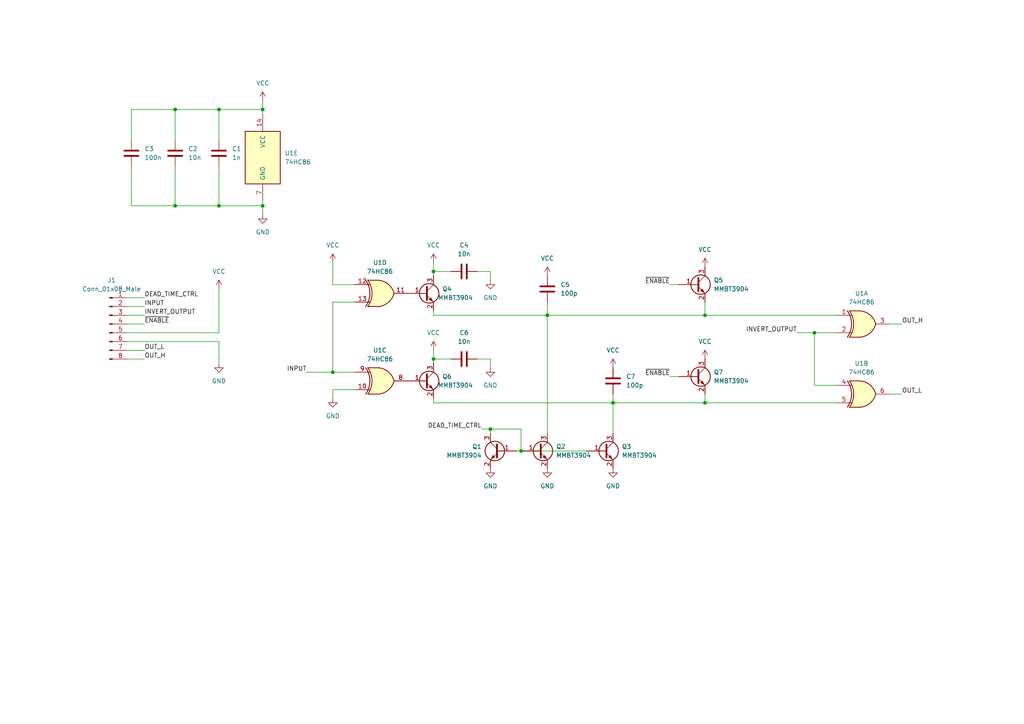
<source format=kicad_sch>
(kicad_sch (version 20211123) (generator eeschema)
  (paper "A4")
  (lib_symbols
    (symbol "74xx:74HC86" (pin_names (offset 1.016))
      (property "Reference" "U" (at 0 1.27 0))
      (property "Value" "74HC86" (at 0 -1.27 0))
      (symbol "74HC86_1_0"
        (arc (start -4.4196 -3.81) (mid -3.2033 0) (end -4.4196 3.81) (stroke (width 0.254)))
        (arc (start -3.81 -3.81) (mid -2.589 0) (end -3.81 3.81) (stroke (width 0.254)))
        (arc (start -0.6096 -3.81) (mid 2.1855 -2.584) (end 3.81 0) (stroke (width 0.254)) (fill (type background)))
        (polyline (pts (xy -3.81 -3.81) (xy -0.635 -3.81)) (stroke (width 0.254)) (fill (type background)))
        (polyline (pts (xy -3.81 3.81) (xy -0.635 3.81)) (stroke (width 0.254)) (fill (type background)))
        (polyline (pts (xy -0.635 3.81) (xy -3.81 3.81) (xy -3.81 3.81) (xy -3.556 3.4036) (xy -3.0226 2.2606) (xy -2.6924 1.0414) (xy -2.6162 -0.254) (xy -2.7686 -1.4986) (xy -3.175 -2.7178) (xy -3.81 -3.81) (xy -3.81 -3.81) (xy -0.635 -3.81)) (stroke (width -25.4)) (fill (type background)))
        (arc (start 3.81 0) (mid 2.1928 2.5925) (end -0.6096 3.81) (stroke (width 0.254)) (fill (type background)))
        (pin input line (at -7.62 2.54 0) (length 4.445) (name "~") (number "1"))
        (pin input line (at -7.62 -2.54 0) (length 4.445) (name "~") (number "2"))
        (pin output line (at 7.62 0 180) (length 3.81) (name "~") (number "3"))
      )
      (symbol "74HC86_1_1"
        (polyline (pts (xy -3.81 -2.54) (xy -3.175 -2.54)) (stroke (width 0.1524)))
        (polyline (pts (xy -3.81 2.54) (xy -3.175 2.54)) (stroke (width 0.1524)))
      )
      (symbol "74HC86_2_0"
        (arc (start -4.4196 -3.81) (mid -3.2033 0) (end -4.4196 3.81) (stroke (width 0.254)))
        (arc (start -3.81 -3.81) (mid -2.589 0) (end -3.81 3.81) (stroke (width 0.254)))
        (arc (start -0.6096 -3.81) (mid 2.1855 -2.584) (end 3.81 0) (stroke (width 0.254)) (fill (type background)))
        (polyline (pts (xy -3.81 -3.81) (xy -0.635 -3.81)) (stroke (width 0.254)) (fill (type background)))
        (polyline (pts (xy -3.81 3.81) (xy -0.635 3.81)) (stroke (width 0.254)) (fill (type background)))
        (polyline (pts (xy -0.635 3.81) (xy -3.81 3.81) (xy -3.81 3.81) (xy -3.556 3.4036) (xy -3.0226 2.2606) (xy -2.6924 1.0414) (xy -2.6162 -0.254) (xy -2.7686 -1.4986) (xy -3.175 -2.7178) (xy -3.81 -3.81) (xy -3.81 -3.81) (xy -0.635 -3.81)) (stroke (width -25.4)) (fill (type background)))
        (arc (start 3.81 0) (mid 2.1928 2.5925) (end -0.6096 3.81) (stroke (width 0.254)) (fill (type background)))
        (pin input line (at -7.62 2.54 0) (length 4.445) (name "~") (number "4"))
        (pin input line (at -7.62 -2.54 0) (length 4.445) (name "~") (number "5"))
        (pin output line (at 7.62 0 180) (length 3.81) (name "~") (number "6"))
      )
      (symbol "74HC86_2_1"
        (polyline (pts (xy -3.81 -2.54) (xy -3.175 -2.54)) (stroke (width 0.1524)))
        (polyline (pts (xy -3.81 2.54) (xy -3.175 2.54)) (stroke (width 0.1524)))
      )
      (symbol "74HC86_3_0"
        (arc (start -4.4196 -3.81) (mid -3.2033 0) (end -4.4196 3.81) (stroke (width 0.254)))
        (arc (start -3.81 -3.81) (mid -2.589 0) (end -3.81 3.81) (stroke (width 0.254)))
        (arc (start -0.6096 -3.81) (mid 2.1855 -2.584) (end 3.81 0) (stroke (width 0.254)) (fill (type background)))
        (polyline (pts (xy -3.81 -3.81) (xy -0.635 -3.81)) (stroke (width 0.254)) (fill (type background)))
        (polyline (pts (xy -3.81 3.81) (xy -0.635 3.81)) (stroke (width 0.254)) (fill (type background)))
        (polyline (pts (xy -0.635 3.81) (xy -3.81 3.81) (xy -3.81 3.81) (xy -3.556 3.4036) (xy -3.0226 2.2606) (xy -2.6924 1.0414) (xy -2.6162 -0.254) (xy -2.7686 -1.4986) (xy -3.175 -2.7178) (xy -3.81 -3.81) (xy -3.81 -3.81) (xy -0.635 -3.81)) (stroke (width -25.4)) (fill (type background)))
        (arc (start 3.81 0) (mid 2.1928 2.5925) (end -0.6096 3.81) (stroke (width 0.254)) (fill (type background)))
        (pin input line (at -7.62 -2.54 0) (length 4.445) (name "~") (number "10"))
        (pin output line (at 7.62 0 180) (length 3.81) (name "~") (number "8"))
        (pin input line (at -7.62 2.54 0) (length 4.445) (name "~") (number "9"))
      )
      (symbol "74HC86_3_1"
        (polyline (pts (xy -3.81 -2.54) (xy -3.175 -2.54)) (stroke (width 0.1524)))
        (polyline (pts (xy -3.81 2.54) (xy -3.175 2.54)) (stroke (width 0.1524)))
      )
      (symbol "74HC86_4_0"
        (arc (start -4.4196 -3.81) (mid -3.2033 0) (end -4.4196 3.81) (stroke (width 0.254)))
        (arc (start -3.81 -3.81) (mid -2.589 0) (end -3.81 3.81) (stroke (width 0.254)))
        (arc (start -0.6096 -3.81) (mid 2.1855 -2.584) (end 3.81 0) (stroke (width 0.254)) (fill (type background)))
        (polyline (pts (xy -3.81 -3.81) (xy -0.635 -3.81)) (stroke (width 0.254)) (fill (type background)))
        (polyline (pts (xy -3.81 3.81) (xy -0.635 3.81)) (stroke (width 0.254)) (fill (type background)))
        (polyline (pts (xy -0.635 3.81) (xy -3.81 3.81) (xy -3.81 3.81) (xy -3.556 3.4036) (xy -3.0226 2.2606) (xy -2.6924 1.0414) (xy -2.6162 -0.254) (xy -2.7686 -1.4986) (xy -3.175 -2.7178) (xy -3.81 -3.81) (xy -3.81 -3.81) (xy -0.635 -3.81)) (stroke (width -25.4)) (fill (type background)))
        (arc (start 3.81 0) (mid 2.1928 2.5925) (end -0.6096 3.81) (stroke (width 0.254)) (fill (type background)))
        (pin output line (at 7.62 0 180) (length 3.81) (name "~") (number "11"))
        (pin input line (at -7.62 2.54 0) (length 4.445) (name "~") (number "12"))
        (pin input line (at -7.62 -2.54 0) (length 4.445) (name "~") (number "13"))
      )
      (symbol "74HC86_4_1"
        (polyline (pts (xy -3.81 -2.54) (xy -3.175 -2.54)) (stroke (width 0.1524)))
        (polyline (pts (xy -3.81 2.54) (xy -3.175 2.54)) (stroke (width 0.1524)))
      )
      (symbol "74HC86_5_0"
        (pin power_in line (at 0 12.7 270) (length 5.08) (name "VCC") (number "14"))
        (pin power_in line (at 0 -12.7 90) (length 5.08) (name "GND") (number "7"))
      )
      (symbol "74HC86_5_1"
        (rectangle (start -5.08 7.62) (end 5.08 -7.62) (stroke (width 0.254)) (fill (type background)))
      )
    )
    (symbol "Connector:Conn_01x08_Male" (pin_names (offset 1.016) hide)
      (property "Reference" "J" (at 0 10.16 0))
      (property "Value" "Conn_01x08_Male" (at 0 -12.7 0))
      (symbol "Conn_01x08_Male_1_1"
        (polyline (pts (xy 1.27 -10.16) (xy 0.8636 -10.16)) (stroke (width 0.1524)))
        (polyline (pts (xy 1.27 -7.62) (xy 0.8636 -7.62)) (stroke (width 0.1524)))
        (polyline (pts (xy 1.27 -5.08) (xy 0.8636 -5.08)) (stroke (width 0.1524)))
        (polyline (pts (xy 1.27 -2.54) (xy 0.8636 -2.54)) (stroke (width 0.1524)))
        (polyline (pts (xy 1.27 0) (xy 0.8636 0)) (stroke (width 0.1524)))
        (polyline (pts (xy 1.27 2.54) (xy 0.8636 2.54)) (stroke (width 0.1524)))
        (polyline (pts (xy 1.27 5.08) (xy 0.8636 5.08)) (stroke (width 0.1524)))
        (polyline (pts (xy 1.27 7.62) (xy 0.8636 7.62)) (stroke (width 0.1524)))
        (rectangle (start 0.8636 -10.033) (end 0 -10.287) (stroke (width 0.1524)) (fill (type outline)))
        (rectangle (start 0.8636 -7.493) (end 0 -7.747) (stroke (width 0.1524)) (fill (type outline)))
        (rectangle (start 0.8636 -4.953) (end 0 -5.207) (stroke (width 0.1524)) (fill (type outline)))
        (rectangle (start 0.8636 -2.413) (end 0 -2.667) (stroke (width 0.1524)) (fill (type outline)))
        (rectangle (start 0.8636 0.127) (end 0 -0.127) (stroke (width 0.1524)) (fill (type outline)))
        (rectangle (start 0.8636 2.667) (end 0 2.413) (stroke (width 0.1524)) (fill (type outline)))
        (rectangle (start 0.8636 5.207) (end 0 4.953) (stroke (width 0.1524)) (fill (type outline)))
        (rectangle (start 0.8636 7.747) (end 0 7.493) (stroke (width 0.1524)) (fill (type outline)))
        (pin passive line (at 5.08 7.62 180) (length 3.81) (name "Pin_1") (number "1"))
        (pin passive line (at 5.08 5.08 180) (length 3.81) (name "Pin_2") (number "2"))
        (pin passive line (at 5.08 2.54 180) (length 3.81) (name "Pin_3") (number "3"))
        (pin passive line (at 5.08 0 180) (length 3.81) (name "Pin_4") (number "4"))
        (pin passive line (at 5.08 -2.54 180) (length 3.81) (name "Pin_5") (number "5"))
        (pin passive line (at 5.08 -5.08 180) (length 3.81) (name "Pin_6") (number "6"))
        (pin passive line (at 5.08 -7.62 180) (length 3.81) (name "Pin_7") (number "7"))
        (pin passive line (at 5.08 -10.16 180) (length 3.81) (name "Pin_8") (number "8"))
      )
    )
    (symbol "Device:C" (pin_numbers hide) (pin_names (offset 0.254))
      (property "Reference" "C" (at 0.635 2.54 0))
      (property "Value" "C" (at 0.635 -2.54 0))
      (symbol "C_0_1"
        (polyline (pts (xy -2.032 -0.762) (xy 2.032 -0.762)) (stroke (width 0.508)))
        (polyline (pts (xy -2.032 0.762) (xy 2.032 0.762)) (stroke (width 0.508)))
      )
      (symbol "C_1_1"
        (pin passive line (at 0 3.81 270) (length 2.794) (name "~") (number "1"))
        (pin passive line (at 0 -3.81 90) (length 2.794) (name "~") (number "2"))
      )
    )
    (symbol "Transistor_BJT:MMBT3904" (pin_names (offset 0) hide)
      (property "Reference" "Q" (at 5.08 1.905 0))
      (property "Value" "MMBT3904" (at 5.08 0 0))
      (symbol "MMBT3904_0_1"
        (polyline (pts (xy 0.635 0.635) (xy 2.54 2.54)))
        (polyline (pts (xy 0.635 -0.635) (xy 2.54 -2.54) (xy 2.54 -2.54)))
        (polyline (pts (xy 0.635 1.905) (xy 0.635 -1.905) (xy 0.635 -1.905)) (stroke (width 0.508)))
        (polyline (pts (xy 1.27 -1.778) (xy 1.778 -1.27) (xy 2.286 -2.286) (xy 1.27 -1.778) (xy 1.27 -1.778)) (fill (type outline)))
        (circle (center 1.27 0) (radius 2.8194) (stroke (width 0.254)))
      )
      (symbol "MMBT3904_1_1"
        (pin input line (at -5.08 0 0) (length 5.715) (name "B") (number "1"))
        (pin passive line (at 2.54 -5.08 90) (length 2.54) (name "E") (number "2"))
        (pin passive line (at 2.54 5.08 270) (length 2.54) (name "C") (number "3"))
      )
    )
    (symbol "power:GND" (power) (pin_names (offset 0))
      (property "Value" "GND" (at 0 -3.81 0))
      (symbol "GND_0_1"
        (polyline (pts (xy 0 0) (xy 0 -1.27) (xy 1.27 -1.27) (xy 0 -2.54) (xy -1.27 -1.27) (xy 0 -1.27)))
      )
      (symbol "GND_1_1"
        (pin power_in line (at 0 0 270) (length 0) hide (name "GND") (number "1"))
      )
    )
    (symbol "power:VCC" (power) (pin_names (offset 0))
      (property "Value" "VCC" (at 0 3.81 0))
      (symbol "VCC_0_1"
        (polyline (pts (xy -0.762 1.27) (xy 0 2.54)))
        (polyline (pts (xy 0 0) (xy 0 2.54)))
        (polyline (pts (xy 0 2.54) (xy 0.762 1.27)))
      )
      (symbol "VCC_1_1"
        (pin power_in line (at 0 0 90) (length 0) hide (name "VCC") (number "1"))
      )
    )
  )
  (junction (at 63.5 59.69))
  (junction (at 151.13 130.81))
  (junction (at 177.8 116.84))
  (junction (at 125.73 78.74))
  (junction (at 96.52 107.95))
  (junction (at 76.2 31.75))
  (junction (at 204.47 116.84))
  (junction (at 158.75 91.44))
  (junction (at 63.5 31.75))
  (junction (at 50.8 59.69))
  (junction (at 50.8 31.75))
  (junction (at 125.73 104.14))
  (junction (at 204.47 91.44))
  (junction (at 236.22 96.52))
  (junction (at 76.2 59.69))
  (junction (at 142.24 124.46))
  (wire (pts (xy 194.31 109.22) (xy 196.85 109.22)))
  (wire (pts (xy 158.75 87.63) (xy 158.75 91.44)))
  (wire (pts (xy 38.1 40.64) (xy 38.1 31.75)))
  (wire (pts (xy 125.73 78.74) (xy 125.73 80.01)))
  (wire (pts (xy 204.47 91.44) (xy 242.57 91.44)))
  (wire (pts (xy 125.73 115.57) (xy 125.73 116.84)))
  (wire (pts (xy 76.2 62.23) (xy 76.2 59.69)))
  (wire (pts (xy 96.52 87.63) (xy 102.87 87.63)))
  (wire (pts (xy 63.5 40.64) (xy 63.5 31.75)))
  (wire (pts (xy 177.8 116.84) (xy 204.47 116.84)))
  (wire (pts (xy 41.91 86.36) (xy 36.83 86.36)))
  (wire (pts (xy 231.14 96.52) (xy 236.22 96.52)))
  (wire (pts (xy 236.22 96.52) (xy 242.57 96.52)))
  (wire (pts (xy 76.2 31.75) (xy 76.2 33.02)))
  (wire (pts (xy 50.8 48.26) (xy 50.8 59.69)))
  (wire (pts (xy 76.2 29.21) (xy 76.2 31.75)))
  (wire (pts (xy 96.52 113.03) (xy 102.87 113.03)))
  (wire (pts (xy 50.8 31.75) (xy 63.5 31.75)))
  (wire (pts (xy 125.73 91.44) (xy 158.75 91.44)))
  (wire (pts (xy 36.83 93.98) (xy 41.91 93.98)))
  (wire (pts (xy 125.73 78.74) (xy 130.81 78.74)))
  (wire (pts (xy 236.22 96.52) (xy 236.22 111.76)))
  (wire (pts (xy 63.5 48.26) (xy 63.5 59.69)))
  (wire (pts (xy 138.43 78.74) (xy 142.24 78.74)))
  (wire (pts (xy 142.24 104.14) (xy 142.24 106.68)))
  (wire (pts (xy 142.24 124.46) (xy 151.13 124.46)))
  (wire (pts (xy 257.81 93.98) (xy 261.62 93.98)))
  (wire (pts (xy 76.2 59.69) (xy 76.2 58.42)))
  (wire (pts (xy 142.24 124.46) (xy 142.24 125.73)))
  (wire (pts (xy 96.52 82.55) (xy 102.87 82.55)))
  (wire (pts (xy 41.91 101.6) (xy 36.83 101.6)))
  (wire (pts (xy 204.47 116.84) (xy 242.57 116.84)))
  (wire (pts (xy 142.24 78.74) (xy 142.24 81.28)))
  (wire (pts (xy 50.8 40.64) (xy 50.8 31.75)))
  (wire (pts (xy 96.52 87.63) (xy 96.52 107.95)))
  (wire (pts (xy 177.8 114.3) (xy 177.8 116.84)))
  (wire (pts (xy 41.91 91.44) (xy 36.83 91.44)))
  (wire (pts (xy 204.47 114.3) (xy 204.47 116.84)))
  (wire (pts (xy 88.9 107.95) (xy 96.52 107.95)))
  (wire (pts (xy 96.52 107.95) (xy 102.87 107.95)))
  (wire (pts (xy 151.13 130.81) (xy 170.18 130.81)))
  (wire (pts (xy 125.73 76.2) (xy 125.73 78.74)))
  (wire (pts (xy 63.5 59.69) (xy 76.2 59.69)))
  (wire (pts (xy 63.5 31.75) (xy 76.2 31.75)))
  (wire (pts (xy 158.75 91.44) (xy 158.75 125.73)))
  (wire (pts (xy 41.91 88.9) (xy 36.83 88.9)))
  (wire (pts (xy 194.31 82.55) (xy 196.85 82.55)))
  (wire (pts (xy 96.52 76.2) (xy 96.52 82.55)))
  (wire (pts (xy 204.47 87.63) (xy 204.47 91.44)))
  (wire (pts (xy 125.73 116.84) (xy 177.8 116.84)))
  (wire (pts (xy 177.8 116.84) (xy 177.8 125.73)))
  (wire (pts (xy 151.13 124.46) (xy 151.13 130.81)))
  (wire (pts (xy 125.73 90.17) (xy 125.73 91.44)))
  (wire (pts (xy 41.91 104.14) (xy 36.83 104.14)))
  (wire (pts (xy 36.83 99.06) (xy 63.5 99.06)))
  (wire (pts (xy 236.22 111.76) (xy 242.57 111.76)))
  (wire (pts (xy 139.7 124.46) (xy 142.24 124.46)))
  (wire (pts (xy 96.52 113.03) (xy 96.52 115.57)))
  (wire (pts (xy 149.86 130.81) (xy 151.13 130.81)))
  (wire (pts (xy 38.1 48.26) (xy 38.1 59.69)))
  (wire (pts (xy 38.1 31.75) (xy 50.8 31.75)))
  (wire (pts (xy 50.8 59.69) (xy 63.5 59.69)))
  (wire (pts (xy 125.73 104.14) (xy 125.73 105.41)))
  (wire (pts (xy 36.83 96.52) (xy 63.5 96.52)))
  (wire (pts (xy 125.73 104.14) (xy 130.81 104.14)))
  (wire (pts (xy 63.5 99.06) (xy 63.5 105.41)))
  (wire (pts (xy 125.73 101.6) (xy 125.73 104.14)))
  (wire (pts (xy 158.75 91.44) (xy 204.47 91.44)))
  (wire (pts (xy 63.5 83.82) (xy 63.5 96.52)))
  (wire (pts (xy 138.43 104.14) (xy 142.24 104.14)))
  (wire (pts (xy 257.81 114.3) (xy 261.62 114.3)))
  (wire (pts (xy 38.1 59.69) (xy 50.8 59.69)))
  (label "~{ENABLE}" (at 41.91 93.98 0))
  (label "OUT_H" (at 41.91 104.14 0))
  (label "INVERT_OUTPUT" (at 41.91 91.44 0))
  (label "DEAD_TIME_CTRL" (at 139.7 124.46 180))
  (label "OUT_L" (at 261.62 114.3 0))
  (label "DEAD_TIME_CTRL" (at 41.91 86.36 0))
  (label "~{ENABLE}" (at 194.31 82.55 180))
  (label "~{ENABLE}" (at 194.31 109.22 180))
  (label "OUT_H" (at 261.62 93.98 0))
  (label "INPUT" (at 41.91 88.9 0))
  (label "INPUT" (at 88.9 107.95 180))
  (label "INVERT_OUTPUT" (at 231.14 96.52 180))
  (label "OUT_L" (at 41.91 101.6 0))
  (symbol (lib_id "74xx:74HC86") (at 250.19 93.98 0) (unit 1)
    (property "Reference" "U1" (at 249.8852 85.09 0))
    (property "Value" "74HC86" (at 249.8852 87.63 0))
    (property "Footprint" "Package_SO:SOIC-14_3.9x8.7mm_P1.27mm" (effects hide))
    (property "Datasheet" "http://www.ti.com/lit/gpn/sn74HC86" (effects hide))
  )
  (symbol (lib_id "power:GND") (at 142.24 106.68 0) (unit 1)
    (property "Reference" "#PWR0111" (effects hide))
    (property "Value" "GND" (at 142.24 111.76 0))
  )
  (symbol (lib_id "74xx:74HC86") (at 250.19 114.3 0) (unit 2)
    (property "Reference" "U1" (at 249.8852 105.41 0))
    (property "Value" "74HC86" (at 249.8852 107.95 0))
    (property "Footprint" "Package_SO:SOIC-14_3.9x8.7mm_P1.27mm" (effects hide))
    (property "Datasheet" "http://www.ti.com/lit/gpn/sn74HC86" (effects hide))
  )
  (symbol (lib_id "power:GND") (at 63.5 105.41 0) (unit 1)
    (property "Reference" "#PWR0112" (effects hide))
    (property "Value" "GND" (at 63.5 110.49 0))
  )
  (symbol (lib_id "power:VCC") (at 63.5 83.82 0) (unit 1)
    (property "Reference" "#PWR0104" (effects hide))
    (property "Value" "VCC" (at 63.5 78.74 0))
  )
  (symbol (lib_id "power:GND") (at 177.8 135.89 0) (unit 1)
    (property "Reference" "#PWR0117" (effects hide))
    (property "Value" "GND" (at 177.8 140.97 0))
  )
  (symbol (lib_id "power:GND") (at 142.24 135.89 0) (unit 1)
    (property "Reference" "#PWR0115" (effects hide))
    (property "Value" "GND" (at 142.24 140.97 0))
  )
  (symbol (lib_id "power:GND") (at 158.75 135.89 0) (unit 1)
    (property "Reference" "#PWR0116" (effects hide))
    (property "Value" "GND" (at 158.75 140.97 0))
  )
  (symbol (lib_id "Device:C") (at 38.1 44.45 0) (unit 1)
    (property "Reference" "C3" (at 41.91 43.1799 0) (effects (justify left)))
    (property "Value" "100n" (at 41.91 45.7199 0) (effects (justify left)))
    (property "Footprint" "Capacitor_SMD:C_0603_1608Metric" (effects hide))
  )
  (symbol (lib_id "74xx:74HC86") (at 110.49 110.49 0) (unit 3)
    (property "Reference" "U1" (at 110.1852 101.6 0))
    (property "Value" "74HC86" (at 110.1852 104.14 0))
    (property "Footprint" "Package_SO:SOIC-14_3.9x8.7mm_P1.27mm" (effects hide))
    (property "Datasheet" "http://www.ti.com/lit/gpn/sn74HC86" (effects hide))
  )
  (symbol (lib_id "power:VCC") (at 96.52 76.2 0) (unit 1)
    (property "Reference" "#PWR0106" (effects hide))
    (property "Value" "VCC" (at 96.52 71.12 0))
  )
  (symbol (lib_id "power:VCC") (at 177.8 106.68 0) (unit 1)
    (property "Reference" "#PWR0114" (effects hide))
    (property "Value" "VCC" (at 177.8 101.6 0))
  )
  (symbol (lib_id "Transistor_BJT:MMBT3904") (at 201.93 82.55 0) (unit 1)
    (property "Reference" "Q5" (at 207.01 81.2799 0) (effects (justify left)))
    (property "Value" "MMBT3904" (at 207.01 83.8199 0) (effects (justify left)))
    (property "Footprint" "Package_TO_SOT_SMD:SOT-23" (effects hide))
    (property "Datasheet" "https://www.onsemi.com/pub/Collateral/2N3903-D.PDF" (effects hide))
  )
  (symbol (lib_id "power:VCC") (at 204.47 104.14 0) (unit 1)
    (property "Reference" "#PWR0102" (effects hide))
    (property "Value" "VCC" (at 204.47 99.06 0))
  )
  (symbol (lib_id "Transistor_BJT:MMBT3904") (at 123.19 110.49 0) (unit 1)
    (property "Reference" "Q6" (at 128.27 109.2199 0) (effects (justify left)))
    (property "Value" "MMBT3904" (at 127 111.7599 0) (effects (justify left)))
    (property "Footprint" "Package_TO_SOT_SMD:SOT-23" (effects hide))
    (property "Datasheet" "https://www.onsemi.com/pub/Collateral/2N3903-D.PDF" (effects hide))
  )
  (symbol (lib_id "power:GND") (at 142.24 81.28 0) (unit 1)
    (property "Reference" "#PWR0109" (effects hide))
    (property "Value" "GND" (at 142.24 86.36 0))
  )
  (symbol (lib_id "Transistor_BJT:MMBT3904") (at 144.78 130.81 0) (mirror y) (unit 1)
    (property "Reference" "Q1" (at 139.7 129.5399 0) (effects (justify left)))
    (property "Value" "MMBT3904" (at 139.7 132.0799 0) (effects (justify left)))
    (property "Footprint" "Package_TO_SOT_SMD:SOT-23" (effects hide))
    (property "Datasheet" "https://www.onsemi.com/pub/Collateral/2N3903-D.PDF" (effects hide))
  )
  (symbol (lib_id "power:VCC") (at 158.75 80.01 0) (unit 1)
    (property "Reference" "#PWR0110" (effects hide))
    (property "Value" "VCC" (at 158.75 74.93 0))
  )
  (symbol (lib_id "Device:C") (at 158.75 83.82 0) (unit 1)
    (property "Reference" "C5" (at 162.56 82.5499 0) (effects (justify left)))
    (property "Value" "100p" (at 162.56 85.0899 0) (effects (justify left)))
    (property "Footprint" "Capacitor_SMD:C_0603_1608Metric" (effects hide))
  )
  (symbol (lib_id "Device:C") (at 177.8 110.49 0) (unit 1)
    (property "Reference" "C7" (at 181.61 109.2199 0) (effects (justify left)))
    (property "Value" "100p" (at 181.61 111.7599 0) (effects (justify left)))
    (property "Footprint" "Capacitor_SMD:C_0603_1608Metric" (effects hide))
  )
  (symbol (lib_id "74xx:74HC86") (at 110.49 85.09 0) (unit 4)
    (property "Reference" "U1" (at 110.1852 76.2 0))
    (property "Value" "74HC86" (at 110.1852 78.74 0))
    (property "Footprint" "Package_SO:SOIC-14_3.9x8.7mm_P1.27mm" (effects hide))
    (property "Datasheet" "http://www.ti.com/lit/gpn/sn74HC86" (effects hide))
  )
  (symbol (lib_id "Transistor_BJT:MMBT3904") (at 156.21 130.81 0) (unit 1)
    (property "Reference" "Q2" (at 161.29 129.5399 0) (effects (justify left)))
    (property "Value" "MMBT3904" (at 161.29 132.0799 0) (effects (justify left)))
    (property "Footprint" "Package_TO_SOT_SMD:SOT-23" (effects hide))
    (property "Datasheet" "https://www.onsemi.com/pub/Collateral/2N3903-D.PDF" (effects hide))
  )
  (symbol (lib_id "power:VCC") (at 125.73 101.6 0) (unit 1)
    (property "Reference" "#PWR0108" (effects hide))
    (property "Value" "VCC" (at 125.73 96.52 0))
  )
  (symbol (lib_id "power:GND") (at 96.52 115.57 0) (unit 1)
    (property "Reference" "#PWR0113" (effects hide))
    (property "Value" "GND" (at 96.52 120.65 0))
  )
  (symbol (lib_id "power:VCC") (at 204.47 77.47 0) (unit 1)
    (property "Reference" "#PWR0101" (effects hide))
    (property "Value" "VCC" (at 204.47 72.39 0))
  )
  (symbol (lib_id "power:VCC") (at 76.2 29.21 0) (unit 1)
    (property "Reference" "#PWR0103" (effects hide))
    (property "Value" "VCC" (at 76.2 24.13 0))
  )
  (symbol (lib_id "74xx:74HC86") (at 76.2 45.72 0) (unit 5)
    (property "Reference" "U1" (at 82.55 44.4499 0) (effects (justify left)))
    (property "Value" "74HC86" (at 82.55 46.9899 0) (effects (justify left)))
    (property "Footprint" "Package_SO:SOIC-14_3.9x8.7mm_P1.27mm" (effects hide))
    (property "Datasheet" "http://www.ti.com/lit/gpn/sn74HC86" (effects hide))
  )
  (symbol (lib_id "Transistor_BJT:MMBT3904") (at 201.93 109.22 0) (unit 1)
    (property "Reference" "Q7" (at 207.01 107.9499 0) (effects (justify left)))
    (property "Value" "MMBT3904" (at 207.01 110.4899 0) (effects (justify left)))
    (property "Footprint" "Package_TO_SOT_SMD:SOT-23" (effects hide))
    (property "Datasheet" "https://www.onsemi.com/pub/Collateral/2N3903-D.PDF" (effects hide))
  )
  (symbol (lib_id "power:VCC") (at 125.73 76.2 0) (unit 1)
    (property "Reference" "#PWR0107" (effects hide))
    (property "Value" "VCC" (at 125.73 71.12 0))
  )
  (symbol (lib_id "Device:C") (at 63.5 44.45 0) (unit 1)
    (property "Reference" "C1" (at 67.31 43.1799 0) (effects (justify left)))
    (property "Value" "1n" (at 67.31 45.7199 0) (effects (justify left)))
    (property "Footprint" "Capacitor_SMD:C_0603_1608Metric" (effects hide))
  )
  (symbol (lib_id "Transistor_BJT:MMBT3904") (at 123.19 85.09 0) (unit 1)
    (property "Reference" "Q4" (at 128.27 83.8199 0) (effects (justify left)))
    (property "Value" "MMBT3904" (at 127 86.3599 0) (effects (justify left)))
    (property "Footprint" "Package_TO_SOT_SMD:SOT-23" (effects hide))
    (property "Datasheet" "https://www.onsemi.com/pub/Collateral/2N3903-D.PDF" (effects hide))
  )
  (symbol (lib_id "Connector:Conn_01x08_Male") (at 31.75 93.98 0) (unit 1)
    (property "Reference" "J1" (at 32.385 81.28 0))
    (property "Value" "Conn_01x08_Male" (at 32.385 83.82 0))
    (property "Footprint" "Connector_PinHeader_2.54mm:PinHeader_1x08_P2.54mm_Vertical" (effects hide))
  )
  (symbol (lib_id "Device:C") (at 50.8 44.45 0) (unit 1)
    (property "Reference" "C2" (at 54.61 43.1799 0) (effects (justify left)))
    (property "Value" "10n" (at 54.61 45.7199 0) (effects (justify left)))
    (property "Footprint" "Capacitor_SMD:C_0603_1608Metric" (effects hide))
  )
  (symbol (lib_id "power:GND") (at 76.2 62.23 0) (unit 1)
    (property "Reference" "#PWR0105" (effects hide))
    (property "Value" "GND" (at 76.2 67.31 0))
  )
  (symbol (lib_id "Transistor_BJT:MMBT3904") (at 175.26 130.81 0) (unit 1)
    (property "Reference" "Q3" (at 180.34 129.5399 0) (effects (justify left)))
    (property "Value" "MMBT3904" (at 180.34 132.0799 0) (effects (justify left)))
    (property "Footprint" "Package_TO_SOT_SMD:SOT-23" (effects hide))
    (property "Datasheet" "https://www.onsemi.com/pub/Collateral/2N3903-D.PDF" (effects hide))
  )
  (symbol (lib_id "Device:C") (at 134.62 78.74 90) (unit 1)
    (property "Reference" "C4" (at 134.62 71.12 90))
    (property "Value" "10n" (at 134.62 73.66 90))
    (property "Footprint" "Capacitor_SMD:C_0603_1608Metric" (effects hide))
  )
  (symbol (lib_id "Device:C") (at 134.62 104.14 90) (unit 1)
    (property "Reference" "C6" (at 134.62 96.52 90))
    (property "Value" "10n" (at 134.62 99.06 90))
    (property "Footprint" "Capacitor_SMD:C_0603_1608Metric" (effects hide))
  )
)
</source>
